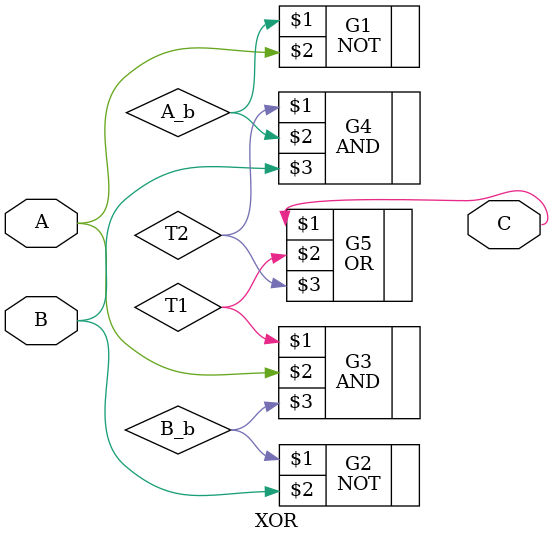
<source format=v>
module XOR(C, A, B);
    output C;
    input A, B;
    wire A_b, B_b, T1, T2;

    NOT G1(A_b, A);
    NOT G2(B_b, B);
    AND G3(T1, A, B_b);
    AND G4(T2, A_b, B);
    OR G5(C, T1, T2);

endmodule

</source>
